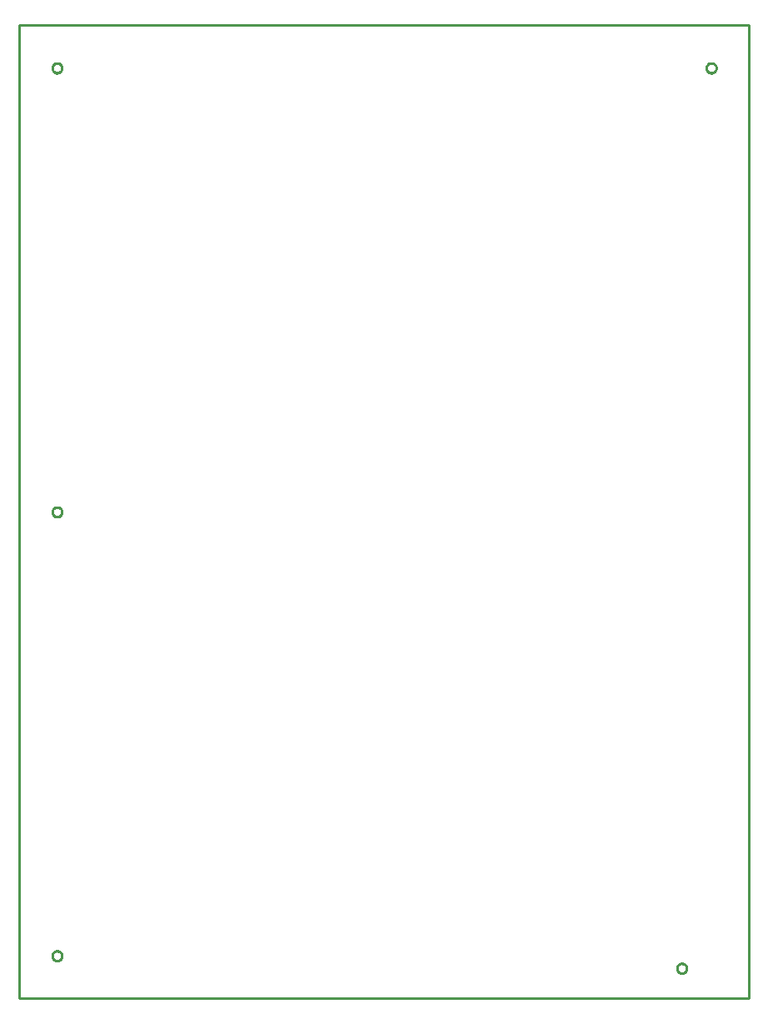
<source format=gbr>
G04 EAGLE Gerber RS-274X export*
G75*
%MOIN*%
%FSLAX34Y34*%
%LPD*%
%IN*%
%IPPOS*%
%AMOC8*
5,1,8,0,0,1.08239X$1,22.5*%
G01*
%ADD10C,0.010000*%


D10*
X-2180Y-1500D02*
X26992Y-1500D01*
X26992Y37430D01*
X-2180Y37430D01*
X-2180Y-1500D01*
X-483Y189D02*
X-486Y167D01*
X-491Y145D01*
X-498Y125D01*
X-507Y105D01*
X-519Y86D01*
X-533Y69D01*
X-549Y53D01*
X-566Y39D01*
X-585Y27D01*
X-605Y18D01*
X-625Y11D01*
X-647Y6D01*
X-669Y3D01*
X-691Y3D01*
X-713Y6D01*
X-735Y11D01*
X-755Y18D01*
X-775Y27D01*
X-794Y39D01*
X-811Y53D01*
X-827Y69D01*
X-841Y86D01*
X-853Y105D01*
X-862Y125D01*
X-869Y145D01*
X-874Y167D01*
X-877Y189D01*
X-877Y211D01*
X-874Y233D01*
X-869Y255D01*
X-862Y275D01*
X-853Y295D01*
X-841Y314D01*
X-827Y331D01*
X-811Y347D01*
X-794Y361D01*
X-775Y373D01*
X-755Y382D01*
X-735Y389D01*
X-713Y394D01*
X-691Y397D01*
X-669Y397D01*
X-647Y394D01*
X-625Y389D01*
X-605Y382D01*
X-585Y373D01*
X-566Y361D01*
X-549Y347D01*
X-533Y331D01*
X-519Y314D01*
X-507Y295D01*
X-498Y275D01*
X-491Y255D01*
X-486Y233D01*
X-483Y211D01*
X-483Y189D01*
X25697Y35709D02*
X25694Y35687D01*
X25689Y35665D01*
X25682Y35645D01*
X25673Y35625D01*
X25661Y35606D01*
X25647Y35589D01*
X25631Y35573D01*
X25614Y35559D01*
X25595Y35547D01*
X25575Y35538D01*
X25555Y35531D01*
X25533Y35526D01*
X25511Y35523D01*
X25489Y35523D01*
X25467Y35526D01*
X25445Y35531D01*
X25425Y35538D01*
X25405Y35547D01*
X25386Y35559D01*
X25369Y35573D01*
X25353Y35589D01*
X25339Y35606D01*
X25327Y35625D01*
X25318Y35645D01*
X25311Y35665D01*
X25306Y35687D01*
X25303Y35709D01*
X25303Y35731D01*
X25306Y35753D01*
X25311Y35775D01*
X25318Y35795D01*
X25327Y35815D01*
X25339Y35834D01*
X25353Y35851D01*
X25369Y35867D01*
X25386Y35881D01*
X25405Y35893D01*
X25425Y35902D01*
X25445Y35909D01*
X25467Y35914D01*
X25489Y35917D01*
X25511Y35917D01*
X25533Y35914D01*
X25555Y35909D01*
X25575Y35902D01*
X25595Y35893D01*
X25614Y35881D01*
X25631Y35867D01*
X25647Y35851D01*
X25661Y35834D01*
X25673Y35815D01*
X25682Y35795D01*
X25689Y35775D01*
X25694Y35753D01*
X25697Y35731D01*
X25697Y35709D01*
X-483Y35709D02*
X-486Y35687D01*
X-491Y35665D01*
X-498Y35645D01*
X-507Y35625D01*
X-519Y35606D01*
X-533Y35589D01*
X-549Y35573D01*
X-566Y35559D01*
X-585Y35547D01*
X-605Y35538D01*
X-625Y35531D01*
X-647Y35526D01*
X-669Y35523D01*
X-691Y35523D01*
X-713Y35526D01*
X-735Y35531D01*
X-755Y35538D01*
X-775Y35547D01*
X-794Y35559D01*
X-811Y35573D01*
X-827Y35589D01*
X-841Y35606D01*
X-853Y35625D01*
X-862Y35645D01*
X-869Y35665D01*
X-874Y35687D01*
X-877Y35709D01*
X-877Y35731D01*
X-874Y35753D01*
X-869Y35775D01*
X-862Y35795D01*
X-853Y35815D01*
X-841Y35834D01*
X-827Y35851D01*
X-811Y35867D01*
X-794Y35881D01*
X-775Y35893D01*
X-755Y35902D01*
X-735Y35909D01*
X-713Y35914D01*
X-691Y35917D01*
X-669Y35917D01*
X-647Y35914D01*
X-625Y35909D01*
X-605Y35902D01*
X-585Y35893D01*
X-566Y35881D01*
X-549Y35867D01*
X-533Y35851D01*
X-519Y35834D01*
X-507Y35815D01*
X-498Y35795D01*
X-491Y35775D01*
X-486Y35753D01*
X-483Y35731D01*
X-483Y35709D01*
X-483Y17949D02*
X-486Y17927D01*
X-491Y17905D01*
X-498Y17885D01*
X-507Y17865D01*
X-519Y17846D01*
X-533Y17829D01*
X-549Y17813D01*
X-566Y17799D01*
X-585Y17787D01*
X-605Y17778D01*
X-625Y17771D01*
X-647Y17766D01*
X-669Y17763D01*
X-691Y17763D01*
X-713Y17766D01*
X-735Y17771D01*
X-755Y17778D01*
X-775Y17787D01*
X-794Y17799D01*
X-811Y17813D01*
X-827Y17829D01*
X-841Y17846D01*
X-853Y17865D01*
X-862Y17885D01*
X-869Y17905D01*
X-874Y17927D01*
X-877Y17949D01*
X-877Y17971D01*
X-874Y17993D01*
X-869Y18015D01*
X-862Y18035D01*
X-853Y18055D01*
X-841Y18074D01*
X-827Y18091D01*
X-811Y18107D01*
X-794Y18121D01*
X-775Y18133D01*
X-755Y18142D01*
X-735Y18149D01*
X-713Y18154D01*
X-691Y18157D01*
X-669Y18157D01*
X-647Y18154D01*
X-625Y18149D01*
X-605Y18142D01*
X-585Y18133D01*
X-566Y18121D01*
X-549Y18107D01*
X-533Y18091D01*
X-519Y18074D01*
X-507Y18055D01*
X-498Y18035D01*
X-491Y18015D01*
X-486Y17993D01*
X-483Y17971D01*
X-483Y17949D01*
X24517Y-311D02*
X24514Y-333D01*
X24509Y-355D01*
X24502Y-375D01*
X24493Y-395D01*
X24481Y-414D01*
X24467Y-431D01*
X24451Y-447D01*
X24434Y-461D01*
X24415Y-473D01*
X24395Y-482D01*
X24375Y-489D01*
X24353Y-494D01*
X24331Y-497D01*
X24309Y-497D01*
X24287Y-494D01*
X24265Y-489D01*
X24245Y-482D01*
X24225Y-473D01*
X24206Y-461D01*
X24189Y-447D01*
X24173Y-431D01*
X24159Y-414D01*
X24147Y-395D01*
X24138Y-375D01*
X24131Y-355D01*
X24126Y-333D01*
X24123Y-311D01*
X24123Y-289D01*
X24126Y-267D01*
X24131Y-245D01*
X24138Y-225D01*
X24147Y-205D01*
X24159Y-186D01*
X24173Y-169D01*
X24189Y-153D01*
X24206Y-139D01*
X24225Y-127D01*
X24245Y-118D01*
X24265Y-111D01*
X24287Y-106D01*
X24309Y-103D01*
X24331Y-103D01*
X24353Y-106D01*
X24375Y-111D01*
X24395Y-118D01*
X24415Y-127D01*
X24434Y-139D01*
X24451Y-153D01*
X24467Y-169D01*
X24481Y-186D01*
X24493Y-205D01*
X24502Y-225D01*
X24509Y-245D01*
X24514Y-267D01*
X24517Y-289D01*
X24517Y-311D01*
M02*

</source>
